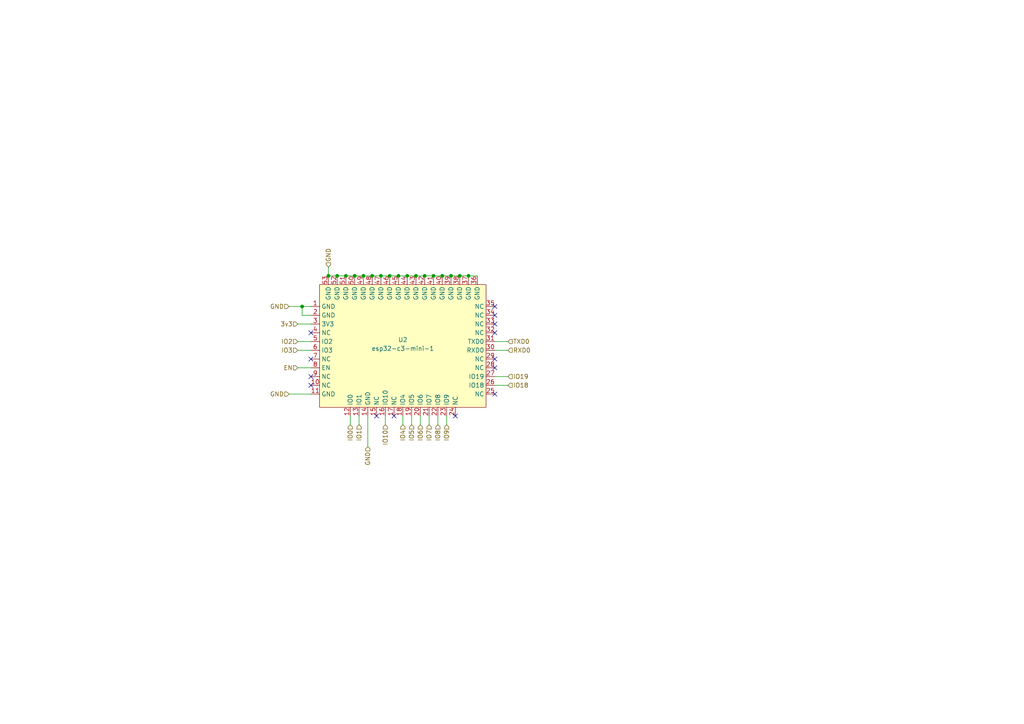
<source format=kicad_sch>
(kicad_sch (version 20231120) (generator "eeschema") (generator_version "8.0")
  (paper "A4")
  (lib_symbols
    (symbol "my_chips:esp32-c3-mini-1"
      (property "Reference" "U" (at -1.524 2.794 0))
      (property "Value" "esp32-c3-mini-1" (at -2.54 5.334 0))
      (symbol "esp32-c3-mini-1_1_1"
        (rectangle (start -24.13 17.78) (end 24.13 -17.78) (fill (type background)))
        (pin input line (at -26.67 11.43 0) (length 2.54) (name "GND") (number "1"))
        (pin input line (at -26.67 -11.43 0) (length 2.54) (name "NC") (number "10"))
        (pin input line (at -26.67 -13.97 0) (length 2.54) (name "GND") (number "11"))
        (pin input line (at -15.24 -20.32 90) (length 2.54) (name "IO0") (number "12"))
        (pin input line (at -12.7 -20.32 90) (length 2.54) (name "IO1") (number "13"))
        (pin input line (at -10.16 -20.32 90) (length 2.54) (name "GND") (number "14"))
        (pin input line (at -7.62 -20.32 90) (length 2.54) (name "NC") (number "15"))
        (pin input line (at -5.08 -20.32 90) (length 2.54) (name "IO10") (number "16"))
        (pin input line (at -2.54 -20.32 90) (length 2.54) (name "NC") (number "17"))
        (pin input line (at 0 -20.32 90) (length 2.54) (name "IO4") (number "18"))
        (pin input line (at 2.54 -20.32 90) (length 2.54) (name "IO5") (number "19"))
        (pin input line (at -26.67 8.89 0) (length 2.54) (name "GND") (number "2"))
        (pin input line (at 5.08 -20.32 90) (length 2.54) (name "IO6") (number "20"))
        (pin input line (at 7.62 -20.32 90) (length 2.54) (name "IO7") (number "21"))
        (pin input line (at 10.16 -20.32 90) (length 2.54) (name "IO8") (number "22"))
        (pin input line (at 12.7 -20.32 90) (length 2.54) (name "IO9") (number "23"))
        (pin input line (at 15.24 -20.32 90) (length 2.54) (name "NC") (number "24"))
        (pin input line (at 26.67 -13.97 180) (length 2.54) (name "NC") (number "25"))
        (pin input line (at 26.67 -11.43 180) (length 2.54) (name "IO18") (number "26"))
        (pin input line (at 26.67 -8.89 180) (length 2.54) (name "IO19") (number "27"))
        (pin input line (at 26.67 -6.35 180) (length 2.54) (name "NC") (number "28"))
        (pin input line (at 26.67 -3.81 180) (length 2.54) (name "NC") (number "29"))
        (pin input line (at -26.67 6.35 0) (length 2.54) (name "3V3") (number "3"))
        (pin input line (at 26.67 -1.27 180) (length 2.54) (name "RXD0") (number "30"))
        (pin input line (at 26.67 1.27 180) (length 2.54) (name "TXD0") (number "31"))
        (pin input line (at 26.67 3.81 180) (length 2.54) (name "NC") (number "32"))
        (pin input line (at 26.67 6.35 180) (length 2.54) (name "NC") (number "33"))
        (pin input line (at 26.67 8.89 180) (length 2.54) (name "NC") (number "34"))
        (pin input line (at 26.67 11.43 180) (length 2.54) (name "NC") (number "35"))
        (pin input line (at 21.59 20.32 270) (length 2.54) (name "GND") (number "36"))
        (pin input line (at 19.05 20.32 270) (length 2.54) (name "GND") (number "37"))
        (pin input line (at 16.51 20.32 270) (length 2.54) (name "GND") (number "38"))
        (pin input line (at 13.97 20.32 270) (length 2.54) (name "GND") (number "39"))
        (pin input line (at -26.67 3.81 0) (length 2.54) (name "NC") (number "4"))
        (pin input line (at 11.43 20.32 270) (length 2.54) (name "GND") (number "40"))
        (pin input line (at 8.89 20.32 270) (length 2.54) (name "GND") (number "41"))
        (pin input line (at 6.35 20.32 270) (length 2.54) (name "GND") (number "42"))
        (pin input line (at 3.81 20.32 270) (length 2.54) (name "GND") (number "43"))
        (pin input line (at 1.27 20.32 270) (length 2.54) (name "GND") (number "44"))
        (pin input line (at -1.27 20.32 270) (length 2.54) (name "GND") (number "45"))
        (pin input line (at -3.81 20.32 270) (length 2.54) (name "GND") (number "46"))
        (pin input line (at -6.35 20.32 270) (length 2.54) (name "GND") (number "47"))
        (pin input line (at -8.89 20.32 270) (length 2.54) (name "GND") (number "48"))
        (pin input line (at -11.43 20.32 270) (length 2.54) (name "GND") (number "49"))
        (pin input line (at -26.67 1.27 0) (length 2.54) (name "IO2") (number "5"))
        (pin input line (at -13.97 20.32 270) (length 2.54) (name "GND") (number "50"))
        (pin input line (at -16.51 20.32 270) (length 2.54) (name "GND") (number "51"))
        (pin input line (at -19.05 20.32 270) (length 2.54) (name "GND") (number "52"))
        (pin input line (at -21.59 20.32 270) (length 2.54) (name "GND") (number "53"))
        (pin input line (at -26.67 -1.27 0) (length 2.54) (name "IO3") (number "6"))
        (pin input line (at -26.67 -3.81 0) (length 2.54) (name "NC") (number "7"))
        (pin input line (at -26.67 -6.35 0) (length 2.54) (name "EN") (number "8"))
        (pin input line (at -26.67 -8.89 0) (length 2.54) (name "NC") (number "9"))
      )
    )
  )
  (junction (at 97.79 80.01))
  (junction (at 107.95 80.01))
  (junction (at 133.35 80.01))
  (junction (at 120.65 80.01))
  (junction (at 110.49 80.01))
  (junction (at 100.33 80.01))
  (junction (at 125.73 80.01))
  (junction (at 118.11 80.01))
  (junction (at 95.25 80.01))
  (junction (at 123.19 80.01))
  (junction (at 115.57 80.01))
  (junction (at 87.63 88.9))
  (junction (at 135.89 80.01))
  (junction (at 105.41 80.01))
  (junction (at 102.87 80.01))
  (junction (at 130.81 80.01))
  (junction (at 113.03 80.01))
  (junction (at 128.27 80.01))
  (no_connect (at 90.17 111.76))
  (no_connect (at 143.51 104.14))
  (no_connect (at 143.51 114.3))
  (no_connect (at 143.51 88.9))
  (no_connect (at 90.17 109.22))
  (no_connect (at 143.51 106.68))
  (no_connect (at 90.17 104.14))
  (no_connect (at 143.51 91.44))
  (no_connect (at 132.08 120.65))
  (no_connect (at 109.22 120.65))
  (no_connect (at 143.51 96.52))
  (no_connect (at 90.17 96.52))
  (no_connect (at 114.3 120.65))
  (no_connect (at 143.51 93.98))
  (wire (pts (xy 97.79 80.01) (xy 100.33 80.01)))
  (wire (pts (xy 86.36 101.6) (xy 90.17 101.6)))
  (wire (pts (xy 123.19 80.01) (xy 125.73 80.01)))
  (wire (pts (xy 111.76 120.65) (xy 111.76 123.19)))
  (wire (pts (xy 124.46 120.65) (xy 124.46 123.19)))
  (wire (pts (xy 119.38 120.65) (xy 119.38 123.19)))
  (wire (pts (xy 143.51 111.76) (xy 147.32 111.76)))
  (wire (pts (xy 86.36 93.98) (xy 90.17 93.98)))
  (wire (pts (xy 95.25 77.47) (xy 95.25 80.01)))
  (wire (pts (xy 87.63 91.44) (xy 90.17 91.44)))
  (wire (pts (xy 86.36 106.68) (xy 90.17 106.68)))
  (wire (pts (xy 87.63 88.9) (xy 87.63 91.44)))
  (wire (pts (xy 133.35 80.01) (xy 135.89 80.01)))
  (wire (pts (xy 115.57 80.01) (xy 118.11 80.01)))
  (wire (pts (xy 129.54 120.65) (xy 129.54 123.19)))
  (wire (pts (xy 113.03 80.01) (xy 115.57 80.01)))
  (wire (pts (xy 100.33 80.01) (xy 102.87 80.01)))
  (wire (pts (xy 130.81 80.01) (xy 133.35 80.01)))
  (wire (pts (xy 135.89 80.01) (xy 138.43 80.01)))
  (wire (pts (xy 121.92 120.65) (xy 121.92 123.19)))
  (wire (pts (xy 95.25 80.01) (xy 97.79 80.01)))
  (wire (pts (xy 110.49 80.01) (xy 113.03 80.01)))
  (wire (pts (xy 118.11 80.01) (xy 120.65 80.01)))
  (wire (pts (xy 102.87 80.01) (xy 105.41 80.01)))
  (wire (pts (xy 128.27 80.01) (xy 130.81 80.01)))
  (wire (pts (xy 125.73 80.01) (xy 128.27 80.01)))
  (wire (pts (xy 120.65 80.01) (xy 123.19 80.01)))
  (wire (pts (xy 105.41 80.01) (xy 107.95 80.01)))
  (wire (pts (xy 143.51 99.06) (xy 147.32 99.06)))
  (wire (pts (xy 104.14 120.65) (xy 104.14 123.19)))
  (wire (pts (xy 83.82 114.3) (xy 90.17 114.3)))
  (wire (pts (xy 107.95 80.01) (xy 110.49 80.01)))
  (wire (pts (xy 127 120.65) (xy 127 123.19)))
  (wire (pts (xy 83.82 88.9) (xy 87.63 88.9)))
  (wire (pts (xy 116.84 120.65) (xy 116.84 123.19)))
  (wire (pts (xy 101.6 120.65) (xy 101.6 123.19)))
  (wire (pts (xy 143.51 109.22) (xy 147.32 109.22)))
  (wire (pts (xy 143.51 101.6) (xy 147.32 101.6)))
  (wire (pts (xy 86.36 99.06) (xy 90.17 99.06)))
  (wire (pts (xy 106.68 120.65) (xy 106.68 129.54)))
  (wire (pts (xy 87.63 88.9) (xy 90.17 88.9)))
  (hierarchical_label "GND" (shape input) (at 95.25 77.47 90))
  (hierarchical_label "IO4" (shape input) (at 116.84 123.19 270))
  (hierarchical_label "IO8" (shape input) (at 127 123.19 270))
  (hierarchical_label "EN" (shape input) (at 86.36 106.68 180))
  (hierarchical_label "RXD0" (shape input) (at 147.32 101.6 0))
  (hierarchical_label "IO0" (shape input) (at 101.6 123.19 270))
  (hierarchical_label "IO9" (shape input) (at 129.54 123.19 270))
  (hierarchical_label "GND" (shape input) (at 83.82 88.9 180))
  (hierarchical_label "IO1" (shape input) (at 104.14 123.19 270))
  (hierarchical_label "IO18" (shape input) (at 147.32 111.76 0))
  (hierarchical_label "TXD0" (shape input) (at 147.32 99.06 0))
  (hierarchical_label "IO10" (shape input) (at 111.76 123.19 270))
  (hierarchical_label "IO7" (shape input) (at 124.46 123.19 270))
  (hierarchical_label "IO5" (shape input) (at 119.38 123.19 270))
  (hierarchical_label "IO2" (shape input) (at 86.36 99.06 180))
  (hierarchical_label "IO6" (shape input) (at 121.92 123.19 270))
  (hierarchical_label "IO19" (shape input) (at 147.32 109.22 0))
  (hierarchical_label "GND" (shape input) (at 106.68 129.54 270))
  (hierarchical_label "IO3" (shape input) (at 86.36 101.6 180))
  (hierarchical_label "3v3" (shape input) (at 86.36 93.98 180))
  (hierarchical_label "GND" (shape input) (at 83.82 114.3 180))
  (symbol (lib_id "my_chips:esp32-c3-mini-1") (at 116.84 100.33 0) (unit 1)
    (property "Reference" "U2" (at 116.84 98.552 0))
    (property "Value" "esp32-c3-mini-1" (at 116.84 101.092 0))
    (property "Footprint" "my_chips:esp32-c3-mini-1" (effects (hide yes)))
  )
)
</source>
